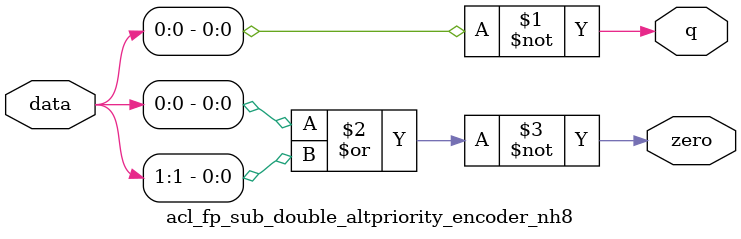
<source format=v>
module  acl_fp_sub_double_altpriority_encoder_nh8
	( 
	data,
	q,
	zero) ;
	input   [1:0]  data;
	output   [0:0]  q;
	output   zero;
	assign
		q = {(~ data[0])},
		zero = (~ (data[0] | data[1]));
endmodule
</source>
